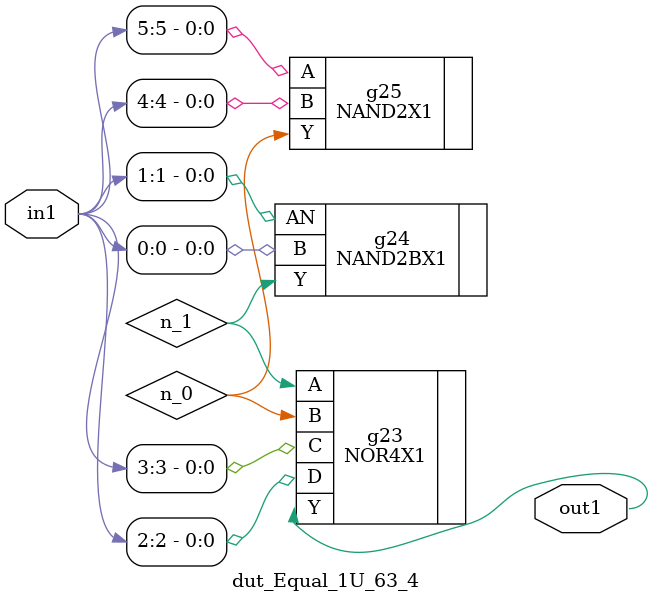
<source format=v>
`timescale 1ps / 1ps


module dut_Equal_1U_63_4(in1, out1);
  input [5:0] in1;
  output out1;
  wire [5:0] in1;
  wire out1;
  wire n_0, n_1;
  NOR4X1 g23(.A (n_1), .B (n_0), .C (in1[3]), .D (in1[2]), .Y (out1));
  NAND2BX1 g24(.AN (in1[1]), .B (in1[0]), .Y (n_1));
  NAND2X1 g25(.A (in1[5]), .B (in1[4]), .Y (n_0));
endmodule



</source>
